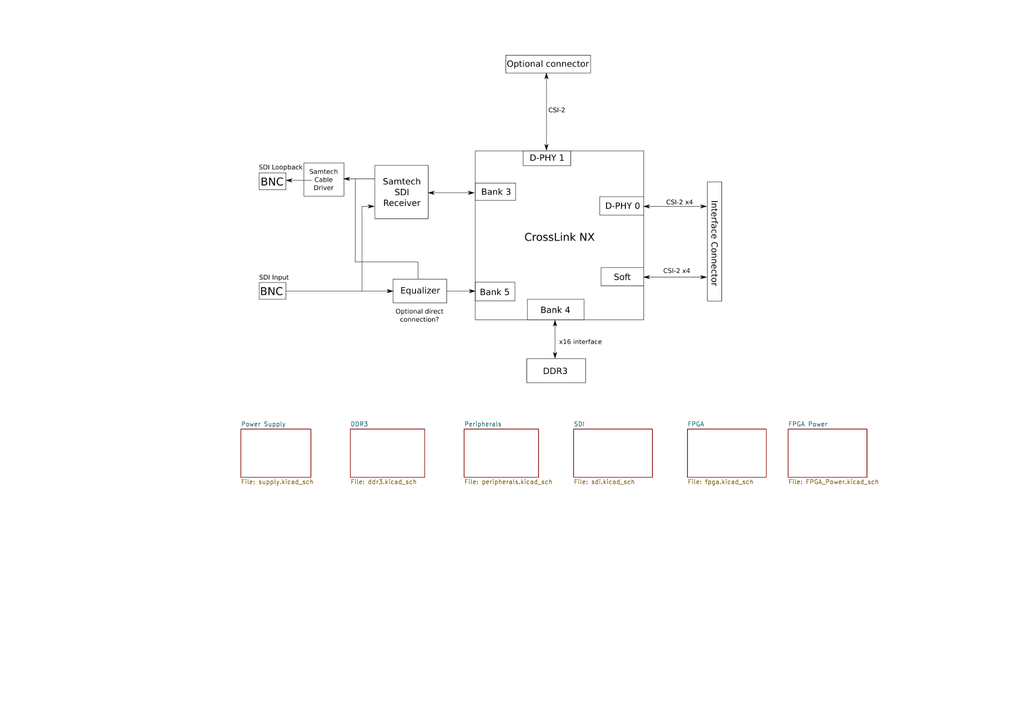
<source format=kicad_sch>
(kicad_sch (version 20211123) (generator eeschema)
  (paper "A4")
  (lib_symbols)
  (image (at 142.24 63.5) (scale 1.38308))
  (sheet (at 166.37 124.46) (size 22.86 13.97) (stroke (width 0.1524))
    (property "Sheet name" "SDI" (at 166.37 123.7484 0) (effects (justify left bottom)))
    (property "Sheet file" "sdi.kicad_sch" (at 166.37 139.0146 0) (effects (justify left top)))
  )
  (sheet (at 69.85 124.46) (size 20.32 13.97) (stroke (width 0.1524))
    (property "Sheet name" "Power Supply" (at 69.85 123.7484 0) (effects (justify left bottom)))
    (property "Sheet file" "supply.kicad_sch" (at 69.85 139.0146 0) (effects (justify left top)))
  )
  (sheet (at 199.39 124.46) (size 22.86 13.97) (stroke (width 0.1524))
    (property "Sheet name" "FPGA" (at 199.39 123.7484 0) (effects (justify left bottom)))
    (property "Sheet file" "fpga.kicad_sch" (at 199.39 139.0146 0) (effects (justify left top)))
  )
  (sheet (at 101.6 124.46) (size 21.59 13.97) (stroke (width 0.1524))
    (property "Sheet name" "DDR3" (at 101.6 123.7484 0) (effects (justify left bottom)))
    (property "Sheet file" "ddr3.kicad_sch" (at 101.6 139.0146 0) (effects (justify left top)))
  )
  (sheet (at 134.62 124.46) (size 21.59 13.97) (stroke (width 0.1524))
    (property "Sheet name" "Peripherals" (at 134.62 123.7484 0) (effects (justify left bottom)))
    (property "Sheet file" "peripherals.kicad_sch" (at 134.62 139.0146 0) (effects (justify left top)))
  )
  (sheet (at 228.6 124.46) (size 22.86 13.97) (stroke (width 0.1524))
    (property "Sheet name" "FPGA Power" (at 228.6 123.7484 0) (effects (justify left bottom)))
    (property "Sheet file" "FPGA_Power.kicad_sch" (at 228.6 139.0146 0) (effects (justify left top)))
  )
)
</source>
